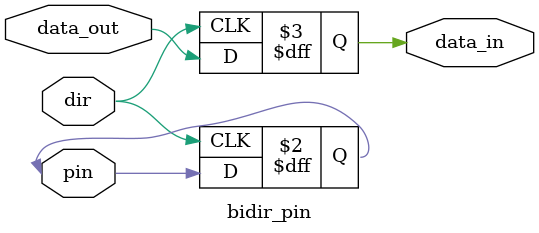
<source format=v>
module bidir_pin #(parameter WIDTH=1) (
    inout [WIDTH-1:0] pin,
    input dir,
    input [WIDTH-1:0] data_out,
    output reg [WIDTH-1:0] data_in
);
    always @(posedge dir)
        if (dir)
            data_in <= data_out;
        else
            pin <= data_in;
endmodule
</source>
